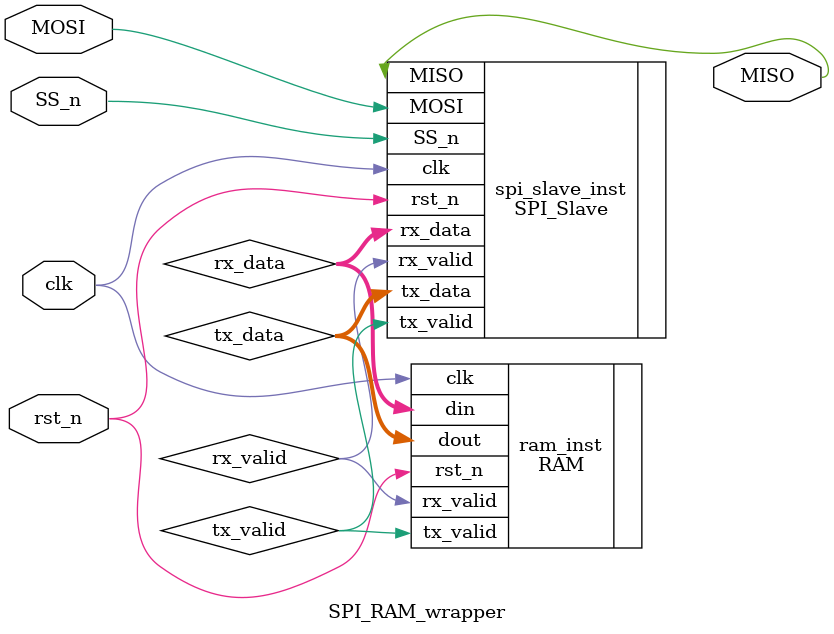
<source format=v>
module SPI_RAM_wrapper (
    input  MOSI,
    output MISO,
    input  SS_n,
    input  clk,
    input  rst_n
);
    wire [9:0] rx_data;    
    wire       rx_valid;   
    wire [7:0] tx_data;    
    wire       tx_valid;  

    // Instantiate SPI Slave
    SPI_Slave spi_slave_inst (
        .MOSI(MOSI),
        .MISO(MISO),
        .SS_n(SS_n),
        .clk(clk),
        .rst_n(rst_n),
        .rx_data(rx_data),     
        .tx_data(tx_data),     
        .rx_valid(rx_valid),   
        .tx_valid(tx_valid)    
    );
    RAM ram_inst (
        .din(rx_data),         
        .clk(clk),
        .rst_n(rst_n),
        .rx_valid(rx_valid),   
        .dout(tx_data),        
        .tx_valid(tx_valid)    
    );
endmodule

</source>
